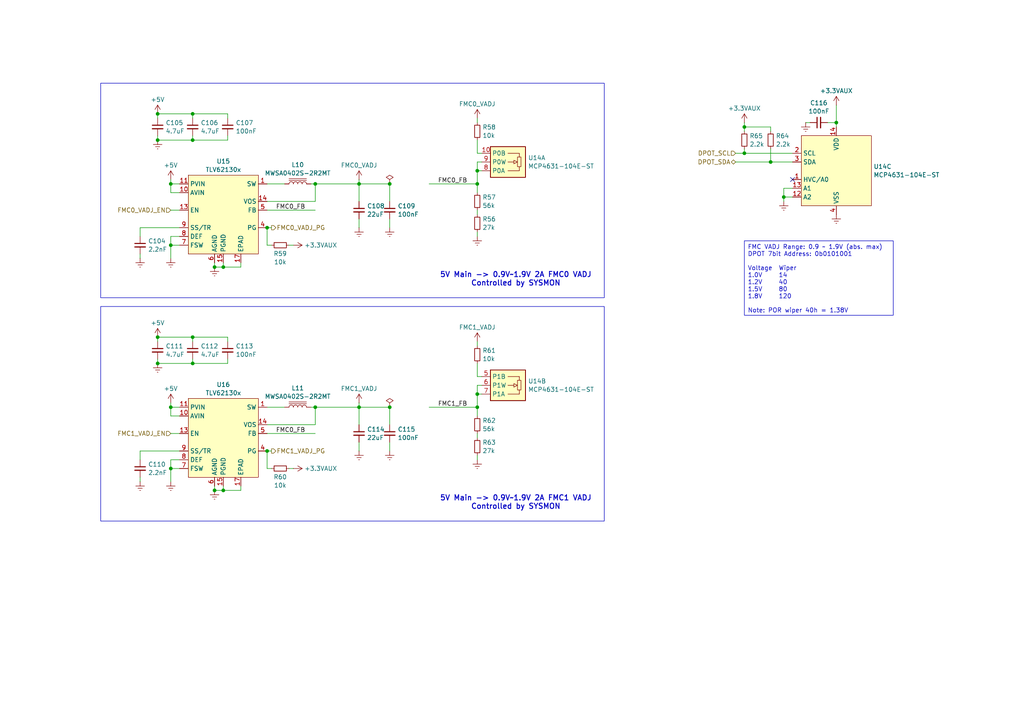
<source format=kicad_sch>
(kicad_sch (version 20231120) (generator "eeschema") (generator_version "8.0")
  (paper "A4")
  (lib_symbols
    (symbol "CHIPSAlliance_Potentiometer_Digital:MCP4631-xxxx-ST"
      (property "Reference" "U" (at 1.905 11.43 0))
      (property "Value" "MCP4631-xxxx-ST" (at 10.16 -12.065 0))
      (symbol "MCP4631-xxxx-ST_1_1"
        (polyline (pts (xy 1.7272 0) (xy 0 0)))
        (polyline (pts (xy 3.302 -2.54) (xy 0 -2.54)) (fill (type background)))
        (polyline (pts (xy 3.302 -2.3114) (xy 3.302 -1.3716)))
        (polyline (pts (xy 3.302 2.286) (xy 3.302 1.4478)))
        (polyline (pts (xy 3.302 2.54) (xy 0 2.54)) (fill (type background)))
        (polyline (pts (xy 3.302 -2.54) (xy 3.302 -2.286) (xy 3.302 -2.286)))
        (polyline (pts (xy 3.302 2.54) (xy 3.302 2.286) (xy 3.302 2.286)) (fill (type background)))
        (polyline (pts (xy 1.7272 -0.508) (xy 1.7272 0.508) (xy 2.7432 0) (xy 1.7272 -0.508) (xy 1.7272 -0.508)))
        (rectangle (start 3.7846 -1.3462) (end 2.7686 1.4478))
        (rectangle (start 5.08 -4.445) (end -5.08 4.445) (stroke (width 0.254)) (fill (type background)))
        (pin passive line (at -7.62 2.54 0) (length 2.54) (name "P0B") (number "10"))
        (pin passive line (at -7.62 -2.54 0) (length 2.54) (name "P0A") (number "8"))
        (pin passive line (at -7.62 0 0) (length 2.54) (name "P0W") (number "9"))
      )
      (symbol "MCP4631-xxxx-ST_2_1"
        (polyline (pts (xy 1.7272 0) (xy 0 0)))
        (polyline (pts (xy 3.302 -2.54) (xy 0 -2.54)) (fill (type background)))
        (polyline (pts (xy 3.302 -2.3114) (xy 3.302 -1.3716)))
        (polyline (pts (xy 3.302 2.286) (xy 3.302 1.4478)))
        (polyline (pts (xy 3.302 2.54) (xy 0 2.54)) (fill (type background)))
        (polyline (pts (xy 3.302 -2.54) (xy 3.302 -2.286) (xy 3.302 -2.286)))
        (polyline (pts (xy 3.302 2.54) (xy 3.302 2.286) (xy 3.302 2.286)) (fill (type background)))
        (polyline (pts (xy 1.7272 -0.508) (xy 1.7272 0.508) (xy 2.7432 0) (xy 1.7272 -0.508) (xy 1.7272 -0.508)))
        (rectangle (start 3.7846 -1.3462) (end 2.7686 1.4478))
        (rectangle (start 5.08 -4.445) (end -5.08 4.445) (stroke (width 0.254)) (fill (type background)))
        (pin passive line (at -7.62 2.54 0) (length 2.54) (name "P1B") (number "5"))
        (pin passive line (at -7.62 0 0) (length 2.54) (name "P1W") (number "6"))
        (pin passive line (at -7.62 -2.54 0) (length 2.54) (name "P1A") (number "7"))
      )
      (symbol "MCP4631-xxxx-ST_3_1"
        (rectangle (start -10.16 10.16) (end 10.16 -10.16) (fill (type background)))
        (pin input line (at -12.7 -2.54 0) (length 2.54) (name "HVC/A0") (number "1"))
        (pin no_connect line (at -10.16 0 0) (length 2.54) hide (name "NC") (number "11"))
        (pin input line (at -12.7 -7.62 0) (length 2.54) (name "A2") (number "12"))
        (pin input line (at -12.7 -5.08 0) (length 2.54) (name "A1") (number "13"))
        (pin power_in line (at 0 12.7 270) (length 2.54) (name "VDD") (number "14"))
        (pin input line (at -12.7 5.08 0) (length 2.54) (name "SCL") (number "2"))
        (pin bidirectional line (at -12.7 2.54 0) (length 2.54) (name "SDA") (number "3"))
        (pin power_in line (at 0 -12.7 90) (length 2.54) (name "VSS") (number "4"))
      )
    )
    (symbol "CHIPSAlliance_Power:PWR_FLAG" (power) (pin_numbers hide) (pin_names (offset 0) hide)
      (property "Value" "PWR_FLAG" (at 0 3.81 0))
      (symbol "PWR_FLAG_0_0"
        (pin power_out line (at 0 0 90) (length 0) (name "pwr") (number "1"))
      )
      (symbol "PWR_FLAG_0_1"
        (polyline (pts (xy 0 0) (xy 0 1.27) (xy -1.016 1.905) (xy 0 2.54) (xy 1.016 1.905) (xy 0 1.27)))
      )
    )
    (symbol "CHIPSAlliance_Regulator_Switching:TLV62130x"
      (property "Reference" "U" (at 0 13.97 0))
      (property "Value" "TLV62130x" (at 0 11.43 0))
      (symbol "TLV62130x_0_0"
        (pin output line (at 12.7 7.62 180) (length 2.54) (name "SW") (number "1"))
        (pin power_in line (at -12.7 5.08 0) (length 2.54) (name "AVIN") (number "10"))
        (pin power_in line (at -12.7 7.62 0) (length 2.54) (name "PVIN") (number "11"))
        (pin passive line (at -12.7 7.62 0) (length 2.54) hide (name "PVIN") (number "12"))
        (pin input line (at -12.7 0 0) (length 2.54) (name "EN") (number "13"))
        (pin input line (at 12.7 2.54 180) (length 2.54) (name "VOS") (number "14"))
        (pin power_in line (at 0 -15.24 90) (length 2.54) (name "PGND") (number "15"))
        (pin passive line (at 0 -15.24 90) (length 2.54) hide (name "PGND") (number "16"))
        (pin power_in line (at 5.08 -15.24 90) (length 2.54) (name "EPAD") (number "17"))
        (pin passive line (at 12.7 7.62 180) (length 2.54) hide (name "SW") (number "2"))
        (pin passive line (at 12.7 7.62 180) (length 2.54) hide (name "SW") (number "3"))
        (pin open_collector line (at 12.7 -5.08 180) (length 2.54) (name "PG") (number "4"))
        (pin input line (at 12.7 0 180) (length 2.54) (name "FB") (number "5"))
        (pin power_in line (at -2.54 -15.24 90) (length 2.54) (name "AGND") (number "6"))
        (pin input line (at -12.7 -10.16 0) (length 2.54) (name "FSW") (number "7"))
        (pin input line (at -12.7 -7.62 0) (length 2.54) (name "DEF") (number "8"))
        (pin input line (at -12.7 -5.08 0) (length 2.54) (name "SS/TR") (number "9"))
      )
      (symbol "TLV62130x_1_1"
        (rectangle (start -10.16 10.16) (end 10.16 -12.7) (fill (type background)))
      )
    )
    (symbol "Device:C_Small" (pin_numbers hide) (pin_names (offset 0.254) hide)
      (property "Reference" "C" (at 0.254 1.778 0))
      (property "Value" "C_Small" (at 0.254 -2.032 0))
      (symbol "C_Small_0_1"
        (polyline (pts (xy -1.524 -0.508) (xy 1.524 -0.508)) (stroke (width 0.3302)))
        (polyline (pts (xy -1.524 0.508) (xy 1.524 0.508)) (stroke (width 0.3048)))
      )
      (symbol "C_Small_1_1"
        (pin passive line (at 0 2.54 270) (length 2.032) (name "~") (number "1"))
        (pin passive line (at 0 -2.54 90) (length 2.032) (name "~") (number "2"))
      )
    )
    (symbol "Device:L_Iron" (pin_numbers hide) (pin_names (offset 1.016) hide)
      (property "Reference" "L" (at -1.27 0 90))
      (property "Value" "L_Iron" (at 2.794 0 90))
      (symbol "L_Iron_0_1"
        (arc (start 0 -2.54) (mid 0.6323 -1.905) (end 0 -1.27))
        (arc (start 0 -1.27) (mid 0.6323 -0.635) (end 0 0))
        (polyline (pts (xy 1.016 2.54) (xy 1.016 -2.54)))
        (polyline (pts (xy 1.524 -2.54) (xy 1.524 2.54)))
        (arc (start 0 0) (mid 0.6323 0.635) (end 0 1.27))
        (arc (start 0 1.27) (mid 0.6323 1.905) (end 0 2.54))
      )
      (symbol "L_Iron_1_1"
        (pin passive line (at 0 3.81 270) (length 1.27) (name "1") (number "1"))
        (pin passive line (at 0 -3.81 90) (length 1.27) (name "2") (number "2"))
      )
    )
    (symbol "Device:R_Small" (pin_numbers hide) (pin_names (offset 0.254) hide)
      (property "Reference" "R" (at 0.762 0.508 0))
      (property "Value" "R_Small" (at 0.762 -1.016 0))
      (symbol "R_Small_0_1"
        (rectangle (start -0.762 1.778) (end 0.762 -1.778) (stroke (width 0.2032)))
      )
      (symbol "R_Small_1_1"
        (pin passive line (at 0 2.54 270) (length 0.762) (name "~") (number "1"))
        (pin passive line (at 0 -2.54 90) (length 0.762) (name "~") (number "2"))
      )
    )
    (symbol "power:+12V" (power) (pin_numbers hide) (pin_names (offset 0) hide)
      (property "Value" "+12V" (at 0 3.556 0))
      (symbol "+12V_0_1"
        (polyline (pts (xy -0.762 1.27) (xy 0 2.54)))
        (polyline (pts (xy 0 0) (xy 0 2.54)))
        (polyline (pts (xy 0 2.54) (xy 0.762 1.27)))
      )
      (symbol "+12V_1_1"
        (pin power_in line (at 0 0 90) (length 0) (name "~") (number "1"))
      )
    )
    (symbol "power:+5V" (power) (pin_numbers hide) (pin_names (offset 0) hide)
      (property "Value" "+5V" (at 0 3.556 0))
      (symbol "+5V_0_1"
        (polyline (pts (xy -0.762 1.27) (xy 0 2.54)))
        (polyline (pts (xy 0 0) (xy 0 2.54)))
        (polyline (pts (xy 0 2.54) (xy 0.762 1.27)))
      )
      (symbol "+5V_1_1"
        (pin power_in line (at 0 0 90) (length 0) (name "~") (number "1"))
      )
    )
    (symbol "power:Earth" (power) (pin_numbers hide) (pin_names (offset 0) hide)
      (property "Value" "Earth" (at 0 -3.81 0))
      (symbol "Earth_0_1"
        (polyline (pts (xy -0.635 -1.905) (xy 0.635 -1.905)))
        (polyline (pts (xy -0.127 -2.54) (xy 0.127 -2.54)))
        (polyline (pts (xy 0 -1.27) (xy 0 0)))
        (polyline (pts (xy 1.27 -1.27) (xy -1.27 -1.27)))
      )
      (symbol "Earth_1_1"
        (pin power_in line (at 0 0 270) (length 0) (name "~") (number "1"))
      )
    )
  )
  (junction (at 49.53 135.89))
  (junction (at 227.33 57.15))
  (junction (at 77.47 66.04))
  (junction (at 138.43 114.3))
  (junction (at 45.72 33.02))
  (junction (at 49.53 71.12))
  (junction (at 64.77 142.24))
  (junction (at 215.9 44.45))
  (junction (at 55.88 40.64))
  (junction (at 45.72 40.64))
  (junction (at 138.43 49.53))
  (junction (at 49.53 53.34))
  (junction (at 113.03 53.34))
  (junction (at 91.44 53.34))
  (junction (at 62.23 142.24))
  (junction (at 242.57 35.56))
  (junction (at 77.47 130.81))
  (junction (at 138.43 53.34))
  (junction (at 113.03 118.11))
  (junction (at 223.52 46.99))
  (junction (at 62.23 77.47))
  (junction (at 55.88 105.41))
  (junction (at 64.77 77.47))
  (junction (at 45.72 105.41))
  (junction (at 55.88 97.79))
  (junction (at 104.14 53.34))
  (junction (at 138.43 118.11))
  (junction (at 55.88 33.02))
  (junction (at 45.72 97.79))
  (junction (at 49.53 118.11))
  (junction (at 91.44 118.11))
  (junction (at 215.9 36.83))
  (junction (at 104.14 118.11))
  (no_connect (at 229.87 52.07))
  (wire (pts (xy 213.36 44.45) (xy 215.9 44.45)))
  (wire (pts (xy 104.14 128.27) (xy 104.14 130.81)))
  (wire (pts (xy 91.44 53.34) (xy 104.14 53.34)))
  (wire (pts (xy 49.53 135.89) (xy 49.53 133.35)))
  (wire (pts (xy 215.9 43.18) (xy 215.9 44.45)))
  (wire (pts (xy 83.82 135.89) (xy 85.09 135.89)))
  (wire (pts (xy 124.46 53.34) (xy 138.43 53.34)))
  (wire (pts (xy 40.64 133.35) (xy 40.64 130.81)))
  (wire (pts (xy 77.47 125.73) (xy 91.44 125.73)))
  (wire (pts (xy 138.43 49.53) (xy 139.7 49.53)))
  (wire (pts (xy 66.04 104.14) (xy 66.04 105.41)))
  (wire (pts (xy 77.47 135.89) (xy 78.74 135.89)))
  (wire (pts (xy 104.14 116.84) (xy 104.14 118.11)))
  (wire (pts (xy 77.47 118.11) (xy 82.55 118.11)))
  (wire (pts (xy 45.72 105.41) (xy 55.88 105.41)))
  (wire (pts (xy 138.43 53.34) (xy 138.43 55.88)))
  (wire (pts (xy 55.88 40.64) (xy 66.04 40.64)))
  (wire (pts (xy 55.88 33.02) (xy 55.88 34.29)))
  (wire (pts (xy 91.44 118.11) (xy 90.17 118.11)))
  (wire (pts (xy 138.43 127) (xy 138.43 125.73)))
  (wire (pts (xy 66.04 34.29) (xy 66.04 33.02)))
  (wire (pts (xy 104.14 118.11) (xy 104.14 123.19)))
  (wire (pts (xy 91.44 118.11) (xy 104.14 118.11)))
  (wire (pts (xy 49.53 53.34) (xy 52.07 53.34)))
  (wire (pts (xy 49.53 125.73) (xy 52.07 125.73)))
  (wire (pts (xy 91.44 53.34) (xy 90.17 53.34)))
  (wire (pts (xy 49.53 118.11) (xy 49.53 116.84)))
  (wire (pts (xy 55.88 105.41) (xy 66.04 105.41)))
  (wire (pts (xy 138.43 132.08) (xy 138.43 133.35)))
  (wire (pts (xy 49.53 135.89) (xy 52.07 135.89)))
  (wire (pts (xy 77.47 58.42) (xy 91.44 58.42)))
  (wire (pts (xy 40.64 138.43) (xy 40.64 139.7)))
  (wire (pts (xy 215.9 36.83) (xy 215.9 38.1)))
  (wire (pts (xy 223.52 43.18) (xy 223.52 46.99)))
  (wire (pts (xy 62.23 76.2) (xy 62.23 77.47)))
  (wire (pts (xy 233.68 35.56) (xy 234.95 35.56)))
  (wire (pts (xy 113.03 128.27) (xy 113.03 130.81)))
  (wire (pts (xy 66.04 39.37) (xy 66.04 40.64)))
  (wire (pts (xy 77.47 60.96) (xy 91.44 60.96)))
  (wire (pts (xy 52.07 120.65) (xy 49.53 120.65)))
  (wire (pts (xy 91.44 123.19) (xy 91.44 118.11)))
  (wire (pts (xy 69.85 142.24) (xy 64.77 142.24)))
  (wire (pts (xy 45.72 40.64) (xy 55.88 40.64)))
  (wire (pts (xy 55.88 104.14) (xy 55.88 105.41)))
  (wire (pts (xy 138.43 46.99) (xy 138.43 49.53)))
  (wire (pts (xy 138.43 67.31) (xy 138.43 68.58)))
  (wire (pts (xy 138.43 62.23) (xy 138.43 60.96)))
  (wire (pts (xy 223.52 46.99) (xy 229.87 46.99)))
  (wire (pts (xy 49.53 53.34) (xy 49.53 52.07)))
  (wire (pts (xy 104.14 52.07) (xy 104.14 53.34)))
  (wire (pts (xy 113.03 118.11) (xy 104.14 118.11)))
  (wire (pts (xy 45.72 33.02) (xy 45.72 34.29)))
  (wire (pts (xy 139.7 111.76) (xy 138.43 111.76)))
  (wire (pts (xy 55.88 33.02) (xy 45.72 33.02)))
  (wire (pts (xy 49.53 118.11) (xy 52.07 118.11)))
  (wire (pts (xy 77.47 123.19) (xy 91.44 123.19)))
  (wire (pts (xy 83.82 71.12) (xy 85.09 71.12)))
  (wire (pts (xy 138.43 109.22) (xy 138.43 105.41)))
  (wire (pts (xy 66.04 99.06) (xy 66.04 97.79)))
  (wire (pts (xy 49.53 71.12) (xy 49.53 68.58)))
  (wire (pts (xy 138.43 114.3) (xy 139.7 114.3)))
  (wire (pts (xy 49.53 139.7) (xy 49.53 135.89)))
  (wire (pts (xy 62.23 140.97) (xy 62.23 142.24)))
  (wire (pts (xy 66.04 33.02) (xy 55.88 33.02)))
  (wire (pts (xy 138.43 111.76) (xy 138.43 114.3)))
  (wire (pts (xy 113.03 58.42) (xy 113.03 53.34)))
  (wire (pts (xy 52.07 55.88) (xy 49.53 55.88)))
  (wire (pts (xy 215.9 36.83) (xy 223.52 36.83)))
  (wire (pts (xy 55.88 39.37) (xy 55.88 40.64)))
  (wire (pts (xy 227.33 57.15) (xy 227.33 54.61)))
  (wire (pts (xy 69.85 76.2) (xy 69.85 77.47)))
  (wire (pts (xy 227.33 57.15) (xy 229.87 57.15)))
  (wire (pts (xy 40.64 68.58) (xy 40.64 66.04)))
  (wire (pts (xy 215.9 35.56) (xy 215.9 36.83)))
  (wire (pts (xy 64.77 77.47) (xy 62.23 77.47)))
  (wire (pts (xy 104.14 53.34) (xy 104.14 58.42)))
  (wire (pts (xy 77.47 130.81) (xy 78.74 130.81)))
  (wire (pts (xy 138.43 49.53) (xy 138.43 53.34)))
  (wire (pts (xy 40.64 73.66) (xy 40.64 74.93)))
  (wire (pts (xy 77.47 66.04) (xy 78.74 66.04)))
  (wire (pts (xy 223.52 38.1) (xy 223.52 36.83)))
  (wire (pts (xy 124.46 118.11) (xy 138.43 118.11)))
  (wire (pts (xy 242.57 35.56) (xy 242.57 36.83)))
  (wire (pts (xy 227.33 54.61) (xy 229.87 54.61)))
  (wire (pts (xy 138.43 44.45) (xy 138.43 40.64)))
  (wire (pts (xy 45.72 97.79) (xy 45.72 99.06)))
  (wire (pts (xy 64.77 142.24) (xy 62.23 142.24)))
  (wire (pts (xy 77.47 53.34) (xy 82.55 53.34)))
  (wire (pts (xy 113.03 123.19) (xy 113.03 118.11)))
  (wire (pts (xy 91.44 58.42) (xy 91.44 53.34)))
  (wire (pts (xy 77.47 66.04) (xy 77.47 71.12)))
  (wire (pts (xy 113.03 63.5) (xy 113.03 66.04)))
  (wire (pts (xy 215.9 44.45) (xy 229.87 44.45)))
  (wire (pts (xy 227.33 58.42) (xy 227.33 57.15)))
  (wire (pts (xy 45.72 39.37) (xy 45.72 40.64)))
  (wire (pts (xy 104.14 63.5) (xy 104.14 66.04)))
  (wire (pts (xy 45.72 104.14) (xy 45.72 105.41)))
  (wire (pts (xy 113.03 53.34) (xy 104.14 53.34)))
  (wire (pts (xy 40.64 66.04) (xy 52.07 66.04)))
  (wire (pts (xy 242.57 30.48) (xy 242.57 35.56)))
  (wire (pts (xy 49.53 68.58) (xy 52.07 68.58)))
  (wire (pts (xy 49.53 71.12) (xy 52.07 71.12)))
  (wire (pts (xy 138.43 99.06) (xy 138.43 100.33)))
  (wire (pts (xy 64.77 140.97) (xy 64.77 142.24)))
  (wire (pts (xy 138.43 34.29) (xy 138.43 35.56)))
  (wire (pts (xy 49.53 74.93) (xy 49.53 71.12)))
  (wire (pts (xy 138.43 118.11) (xy 138.43 120.65)))
  (wire (pts (xy 49.53 133.35) (xy 52.07 133.35)))
  (wire (pts (xy 77.47 71.12) (xy 78.74 71.12)))
  (wire (pts (xy 55.88 97.79) (xy 45.72 97.79)))
  (wire (pts (xy 139.7 46.99) (xy 138.43 46.99)))
  (wire (pts (xy 138.43 114.3) (xy 138.43 118.11)))
  (wire (pts (xy 69.85 77.47) (xy 64.77 77.47)))
  (wire (pts (xy 55.88 97.79) (xy 55.88 99.06)))
  (wire (pts (xy 139.7 109.22) (xy 138.43 109.22)))
  (wire (pts (xy 49.53 55.88) (xy 49.53 53.34)))
  (wire (pts (xy 77.47 130.81) (xy 77.47 135.89)))
  (wire (pts (xy 240.03 35.56) (xy 242.57 35.56)))
  (wire (pts (xy 40.64 130.81) (xy 52.07 130.81)))
  (wire (pts (xy 69.85 140.97) (xy 69.85 142.24)))
  (wire (pts (xy 66.04 97.79) (xy 55.88 97.79)))
  (wire (pts (xy 64.77 76.2) (xy 64.77 77.47)))
  (wire (pts (xy 213.36 46.99) (xy 223.52 46.99)))
  (wire (pts (xy 49.53 60.96) (xy 52.07 60.96)))
  (wire (pts (xy 139.7 44.45) (xy 138.43 44.45)))
  (wire (pts (xy 49.53 120.65) (xy 49.53 118.11)))
  (rectangle (start 29.21 24.13) (end 175.26 86.36))
  (rectangle (start 29.21 88.9) (end 175.26 151.13))
  (text_box "FMC VADJ Range: 0.9 ~ 1.9V (abs. max)\nDPOT 7bit Address: 0b0101001\n\nVoltage  Wiper\n1.0V     14\n1.2V     40\n1.5V     80\n1.8V     120\n\nNote: POR wiper 40h = 1.38V" (at 215.9 69.85 0) (size 43.18 21.59) (effects (font (size 1.27 1.27)) (justify left top)))
  (text "5V Main -> 0.9V~1.9V 2A FMC1 VADJ\nControlled by SYSMON" (at 149.606 145.796 0) (effects (font (size 1.524 1.524) (thickness 0.254) (bold yes))))
  (text "5V Main -> 0.9V~1.9V 2A FMC0 VADJ\nControlled by SYSMON" (at 149.606 81.026 0) (effects (font (size 1.524 1.524) (thickness 0.254) (bold yes))))
  (label "FMC0_FB" (at 127 53.34 0))
  (label "FMC0_FB" (at 80.01 60.96 0))
  (label "FMC1_FB" (at 127 118.11 0))
  (label "FMC0_FB" (at 80.01 125.73 0))
  (hierarchical_label "FMC1_VADJ_EN" (shape input) (at 49.53 125.73 180))
  (hierarchical_label "FMC0_VADJ_EN" (shape input) (at 49.53 60.96 180))
  (hierarchical_label "FMC1_VADJ_PG" (shape output) (at 78.74 130.81 0))
  (hierarchical_label "DPOT_SDA" (shape bidirectional) (at 213.36 46.99 180))
  (hierarchical_label "DPOT_SCL" (shape input) (at 213.36 44.45 180))
  (hierarchical_label "FMC0_VADJ_PG" (shape output) (at 78.74 66.04 0))
  (symbol (lib_id "Device:L_Iron") (at 86.36 118.11 90) (unit 1)
    (property "Reference" "L11" (at 86.36 112.5685 90))
    (property "Value" "MWSA0402S-2R2MT" (at 86.36 114.9928 90))
    (property "Footprint" "Inductor_SMD:L_Sunlord_MWSA0402S" (effects (hide yes)))
    (property "Description" "2.2uH 4.5A" (effects (hide yes)))
    (property "LCSC Part" "C408335" (effects (hide yes)))
  )
  (symbol (lib_id "power:Earth") (at 49.53 139.7 0) (unit 1)
    (property "Reference" "#PWR0158" (effects (hide yes)))
    (property "Value" "Earth" (effects (hide yes)))
    (property "Description" "Power symbol creates a global label with name \"Earth\"" (effects (hide yes)))
  )
  (symbol (lib_id "power:Earth") (at 62.23 142.24 0) (unit 1)
    (property "Reference" "#PWR0159" (effects (hide yes)))
    (property "Value" "Earth" (effects (hide yes)))
    (property "Description" "Power symbol creates a global label with name \"Earth\"" (effects (hide yes)))
  )
  (symbol (lib_id "Device:R_Small") (at 138.43 129.54 180) (unit 1)
    (property "Reference" "R63" (at 139.9286 128.3278 0) (effects (justify right)))
    (property "Value" "27k" (at 139.9286 130.7521 0) (effects (justify right)))
    (property "Footprint" "Resistor_SMD:R_0402_1005Metric" (effects (hide yes)))
    (property "Description" "Resistor, small symbol" (effects (hide yes)))
  )
  (symbol (lib_id "power:Earth") (at 138.43 133.35 0) (unit 1)
    (property "Reference" "#PWR0165" (effects (hide yes)))
    (property "Value" "Earth" (effects (hide yes)))
    (property "Description" "Power symbol creates a global label with name \"Earth\"" (effects (hide yes)))
  )
  (symbol (lib_id "Device:R_Small") (at 215.9 40.64 180) (unit 1)
    (property "Reference" "R65" (at 217.3986 39.4278 0) (effects (justify right)))
    (property "Value" "2.2k" (at 217.3986 41.8521 0) (effects (justify right)))
    (property "Footprint" "Resistor_SMD:R_0402_1005Metric" (effects (hide yes)))
    (property "Description" "Resistor, small symbol" (effects (hide yes)))
  )
  (symbol (lib_id "power:Earth") (at 227.33 58.42 0) (unit 1)
    (property "Reference" "#PWR0170" (effects (hide yes)))
    (property "Value" "Earth" (effects (hide yes)))
    (property "Description" "Power symbol creates a global label with name \"Earth\"" (effects (hide yes)))
  )
  (symbol (lib_id "CHIPSAlliance_Regulator_Switching:TLV62130x") (at 64.77 60.96 0) (unit 1)
    (property "Reference" "U15" (at 64.77 46.7825 0))
    (property "Value" "TLV62130x" (at 64.77 49.2068 0))
    (property "Footprint" "CHIPSAlliance_Package_DFN_QFN:Texas_RGT0016C_VQFN-16-1EP_3x3mm_P0.5mm_EP1.68x1.68mm" (effects (hide yes)))
    (property "Datasheet" "https://www.ti.com/lit/gpn/TLV62130" (effects (hide yes)))
    (property "Description" "3-17V 3A Step-Down Converter in 3x3 QFN Package" (effects (hide yes)))
  )
  (symbol (lib_id "power:Earth") (at 104.14 130.81 0) (unit 1)
    (property "Reference" "#PWR0162" (effects (hide yes)))
    (property "Value" "Earth" (effects (hide yes)))
    (property "Description" "Power symbol creates a global label with name \"Earth\"" (effects (hide yes)))
  )
  (symbol (lib_id "Device:L_Iron") (at 86.36 53.34 90) (unit 1)
    (property "Reference" "L10" (at 86.36 47.7985 90))
    (property "Value" "MWSA0402S-2R2MT" (at 86.36 50.2228 90))
    (property "Footprint" "Inductor_SMD:L_Sunlord_MWSA0402S" (effects (hide yes)))
    (property "Description" "2.2uH 4.5A" (effects (hide yes)))
    (property "LCSC Part" "C408335" (effects (hide yes)))
  )
  (symbol (lib_id "power:Earth") (at 62.23 77.47 0) (unit 1)
    (property "Reference" "#PWR0147" (effects (hide yes)))
    (property "Value" "Earth" (effects (hide yes)))
    (property "Description" "Power symbol creates a global label with name \"Earth\"" (effects (hide yes)))
  )
  (symbol (lib_id "power:Earth") (at 40.64 74.93 0) (unit 1)
    (property "Reference" "#PWR0142" (effects (hide yes)))
    (property "Value" "Earth" (effects (hide yes)))
    (property "Description" "Power symbol creates a global label with name \"Earth\"" (effects (hide yes)))
  )
  (symbol (lib_id "Device:C_Small") (at 237.49 35.56 90) (unit 1)
    (property "Reference" "C116" (at 237.4963 29.8534 90))
    (property "Value" "100nF" (at 237.4963 32.2777 90))
    (property "Footprint" "Capacitor_SMD:C_0402_1005Metric" (effects (hide yes)))
    (property "Description" "Unpolarized capacitor, small symbol" (effects (hide yes)))
  )
  (symbol (lib_id "Device:C_Small") (at 55.88 101.6 0) (unit 1)
    (property "Reference" "C112" (at 58.2041 100.3941 0) (effects (justify left)))
    (property "Value" "4.7uF" (at 58.2041 102.8184 0) (effects (justify left)))
    (property "Footprint" "Capacitor_SMD:C_0402_1005Metric" (effects (hide yes)))
    (property "Description" "Unpolarized capacitor, small symbol" (effects (hide yes)))
  )
  (symbol (lib_id "power:Earth") (at 242.57 62.23 0) (unit 1)
    (property "Reference" "#PWR0168" (effects (hide yes)))
    (property "Value" "Earth" (effects (hide yes)))
    (property "Description" "Power symbol creates a global label with name \"Earth\"" (effects (hide yes)))
  )
  (symbol (lib_id "CHIPSAlliance_Potentiometer_Digital:MCP4631-xxxx-ST") (at 242.57 49.53 0) (unit 3)
    (property "Reference" "U14" (at 253.365 48.3178 0) (effects (justify left)))
    (property "Value" "MCP4631-104E-ST" (at 253.365 50.7421 0) (effects (justify left)))
    (property "Footprint" "Package_SO:TSSOP-14_4.4x5mm_P0.65mm" (effects (hide yes)))
    (property "Datasheet" "https://ww1.microchip.com/downloads/aemDocuments/documents/OTH/ProductDocuments/DataSheets/22096b.pdf" (effects (hide yes)))
    (property "Description" "Dual 7 Bit Digital Potentiometer, I²C, Volatile Memory, TSSOP-14" (effects (hide yes)))
  )
  (symbol (lib_id "Device:R_Small") (at 223.52 40.64 180) (unit 1)
    (property "Reference" "R64" (at 225.0186 39.4278 0) (effects (justify right)))
    (property "Value" "2.2k" (at 225.0186 41.8521 0) (effects (justify right)))
    (property "Footprint" "Resistor_SMD:R_0402_1005Metric" (effects (hide yes)))
    (property "Description" "Resistor, small symbol" (effects (hide yes)))
  )
  (symbol (lib_id "Device:C_Small") (at 66.04 36.83 0) (unit 1)
    (property "Reference" "C107" (at 68.3641 35.6241 0) (effects (justify left)))
    (property "Value" "100nF" (at 68.3641 38.0484 0) (effects (justify left)))
    (property "Footprint" "Capacitor_SMD:C_0402_1005Metric" (effects (hide yes)))
    (property "Description" "Unpolarized capacitor, small symbol" (effects (hide yes)))
  )
  (symbol (lib_id "power:+12V") (at 85.09 135.89 270) (unit 1)
    (property "Reference" "#PWR0160" (effects (hide yes)))
    (property "Value" "+3.3VAUX" (at 88.265 135.89 90) (effects (justify left)))
    (property "Description" "Power symbol creates a global label with name \"+3.3VAUX\"" (effects (hide yes)))
  )
  (symbol (lib_id "power:+5V") (at 49.53 116.84 0) (unit 1)
    (property "Reference" "#PWR0157" (effects (hide yes)))
    (property "Value" "+5V" (at 49.53 112.7069 0))
    (property "Description" "Power symbol creates a global label with name \"+5V\"" (effects (hide yes)))
  )
  (symbol (lib_id "Device:C_Small") (at 104.14 60.96 0) (unit 1)
    (property "Reference" "C108" (at 106.4641 59.7541 0) (effects (justify left)))
    (property "Value" "22uF" (at 106.4641 62.1784 0) (effects (justify left)))
    (property "Footprint" "Capacitor_SMD:C_1206_3216Metric" (effects (hide yes)))
    (property "Description" "Unpolarized capacitor, small symbol" (effects (hide yes)))
  )
  (symbol (lib_id "power:Earth") (at 45.72 40.64 0) (unit 1)
    (property "Reference" "#PWR0144" (effects (hide yes)))
    (property "Value" "Earth" (effects (hide yes)))
    (property "Description" "Power symbol creates a global label with name \"Earth\"" (effects (hide yes)))
  )
  (symbol (lib_id "power:Earth") (at 49.53 74.93 0) (unit 1)
    (property "Reference" "#PWR0146" (effects (hide yes)))
    (property "Value" "Earth" (effects (hide yes)))
    (property "Description" "Power symbol creates a global label with name \"Earth\"" (effects (hide yes)))
  )
  (symbol (lib_id "CHIPSAlliance_Potentiometer_Digital:MCP4631-xxxx-ST") (at 147.32 111.76 0) (unit 2)
    (property "Reference" "U14" (at 153.162 110.5478 0) (effects (justify left)))
    (property "Value" "MCP4631-104E-ST" (at 153.162 112.9721 0) (effects (justify left)))
    (property "Footprint" "Package_SO:TSSOP-14_4.4x5mm_P0.65mm" (effects (hide yes)))
    (property "Datasheet" "https://ww1.microchip.com/downloads/aemDocuments/documents/OTH/ProductDocuments/DataSheets/22096b.pdf" (effects (hide yes)))
    (property "Description" "Dual 7 Bit Digital Potentiometer, I²C, Volatile Memory, TSSOP-14" (effects (hide yes)))
  )
  (symbol (lib_id "Device:R_Small") (at 138.43 64.77 180) (unit 1)
    (property "Reference" "R56" (at 139.9286 63.5578 0) (effects (justify right)))
    (property "Value" "27k" (at 139.9286 65.9821 0) (effects (justify right)))
    (property "Footprint" "Resistor_SMD:R_0402_1005Metric" (effects (hide yes)))
    (property "Description" "Resistor, small symbol" (effects (hide yes)))
  )
  (symbol (lib_id "Device:C_Small") (at 113.03 60.96 0) (unit 1)
    (property "Reference" "C109" (at 115.3541 59.7541 0) (effects (justify left)))
    (property "Value" "100nF" (at 115.3541 62.1784 0) (effects (justify left)))
    (property "Footprint" "Capacitor_SMD:C_0402_1005Metric" (effects (hide yes)))
    (property "Description" "Unpolarized capacitor, small symbol" (effects (hide yes)))
  )
  (symbol (lib_id "power:+12V") (at 215.9 35.56 0) (unit 1)
    (property "Reference" "#PWR0169" (effects (hide yes)))
    (property "Value" "+3.3VAUX" (at 215.9 31.4269 0))
    (property "Description" "Power symbol creates a global label with name \"+3.3VAUX\"" (effects (hide yes)))
  )
  (symbol (lib_id "Device:C_Small") (at 40.64 135.89 0) (unit 1)
    (property "Reference" "C110" (at 42.9641 134.6841 0) (effects (justify left)))
    (property "Value" "2.2nF" (at 42.9641 137.1084 0) (effects (justify left)))
    (property "Footprint" "Capacitor_SMD:C_0402_1005Metric" (effects (hide yes)))
    (property "Description" "Unpolarized capacitor, small symbol" (effects (hide yes)))
  )
  (symbol (lib_id "Device:C_Small") (at 113.03 125.73 0) (unit 1)
    (property "Reference" "C115" (at 115.3541 124.5241 0) (effects (justify left)))
    (property "Value" "100nF" (at 115.3541 126.9484 0) (effects (justify left)))
    (property "Footprint" "Capacitor_SMD:C_0402_1005Metric" (effects (hide yes)))
    (property "Description" "Unpolarized capacitor, small symbol" (effects (hide yes)))
  )
  (symbol (lib_id "Device:R_Small") (at 81.28 71.12 270) (unit 1)
    (property "Reference" "R59" (at 81.28 73.5767 90))
    (property "Value" "10k" (at 81.28 76.001 90))
    (property "Footprint" "Resistor_SMD:R_0402_1005Metric" (effects (hide yes)))
    (property "Description" "Resistor, small symbol" (effects (hide yes)))
  )
  (symbol (lib_id "Device:C_Small") (at 40.64 71.12 0) (unit 1)
    (property "Reference" "C104" (at 42.9641 69.9141 0) (effects (justify left)))
    (property "Value" "2.2nF" (at 42.9641 72.3384 0) (effects (justify left)))
    (property "Footprint" "Capacitor_SMD:C_0402_1005Metric" (effects (hide yes)))
    (property "Description" "Unpolarized capacitor, small symbol" (effects (hide yes)))
  )
  (symbol (lib_id "power:Earth") (at 233.68 35.56 0) (unit 1)
    (property "Reference" "#PWR0167" (effects (hide yes)))
    (property "Value" "Earth" (effects (hide yes)))
    (property "Description" "Power symbol creates a global label with name \"Earth\"" (effects (hide yes)))
  )
  (symbol (lib_id "power:+12V") (at 242.57 30.48 0) (unit 1)
    (property "Reference" "#PWR0166" (effects (hide yes)))
    (property "Value" "+3.3VAUX" (at 242.57 26.3469 0))
    (property "Description" "Power symbol creates a global label with name \"+3.3VAUX\"" (effects (hide yes)))
  )
  (symbol (lib_id "power:+5V") (at 104.14 116.84 0) (unit 1)
    (property "Reference" "#PWR0161" (effects (hide yes)))
    (property "Value" "FMC1_VADJ" (at 104.14 112.7069 0))
    (property "Description" "Power symbol creates a global label with \"MGTAVCC\"" (effects (hide yes)))
  )
  (symbol (lib_id "power:Earth") (at 45.72 105.41 0) (unit 1)
    (property "Reference" "#PWR0156" (effects (hide yes)))
    (property "Value" "Earth" (effects (hide yes)))
    (property "Description" "Power symbol creates a global label with name \"Earth\"" (effects (hide yes)))
  )
  (symbol (lib_id "CHIPSAlliance_Regulator_Switching:TLV62130x") (at 64.77 125.73 0) (unit 1)
    (property "Reference" "U16" (at 64.77 111.5525 0))
    (property "Value" "TLV62130x" (at 64.77 113.9768 0))
    (property "Footprint" "CHIPSAlliance_Package_DFN_QFN:Texas_RGT0016C_VQFN-16-1EP_3x3mm_P0.5mm_EP1.68x1.68mm" (effects (hide yes)))
    (property "Datasheet" "https://www.ti.com/lit/gpn/TLV62130" (effects (hide yes)))
    (property "Description" "3-17V 3A Step-Down Converter in 3x3 QFN Package" (effects (hide yes)))
  )
  (symbol (lib_id "Device:C_Small") (at 45.72 101.6 0) (unit 1)
    (property "Reference" "C111" (at 48.0441 100.3941 0) (effects (justify left)))
    (property "Value" "4.7uF" (at 48.0441 102.8184 0) (effects (justify left)))
    (property "Footprint" "Capacitor_SMD:C_0402_1005Metric" (effects (hide yes)))
    (property "Description" "Unpolarized capacitor, small symbol" (effects (hide yes)))
  )
  (symbol (lib_id "power:Earth") (at 104.14 66.04 0) (unit 1)
    (property "Reference" "#PWR0151" (effects (hide yes)))
    (property "Value" "Earth" (effects (hide yes)))
    (property "Description" "Power symbol creates a global label with name \"Earth\"" (effects (hide yes)))
  )
  (symbol (lib_id "power:Earth") (at 40.64 139.7 0) (unit 1)
    (property "Reference" "#PWR0154" (effects (hide yes)))
    (property "Value" "Earth" (effects (hide yes)))
    (property "Description" "Power symbol creates a global label with name \"Earth\"" (effects (hide yes)))
  )
  (symbol (lib_id "power:+5V") (at 45.72 97.79 0) (unit 1)
    (property "Reference" "#PWR0155" (effects (hide yes)))
    (property "Value" "+5V" (at 45.72 93.6569 0))
    (property "Description" "Power symbol creates a global label with name \"+5V\"" (effects (hide yes)))
  )
  (symbol (lib_id "power:+12V") (at 85.09 71.12 270) (unit 1)
    (property "Reference" "#PWR0148" (effects (hide yes)))
    (property "Value" "+3.3VAUX" (at 88.265 71.12 90) (effects (justify left)))
    (property "Description" "Power symbol creates a global label with name \"+3.3VAUX\"" (effects (hide yes)))
  )
  (symbol (lib_id "power:+5V") (at 138.43 34.29 0) (unit 1)
    (property "Reference" "#PWR0149" (effects (hide yes)))
    (property "Value" "FMC0_VADJ" (at 138.43 30.1569 0))
    (property "Description" "Power symbol creates a global label with \"MGTAVCC\"" (effects (hide yes)))
  )
  (symbol (lib_id "power:+5V") (at 138.43 99.06 0) (unit 1)
    (property "Reference" "#PWR0164" (effects (hide yes)))
    (property "Value" "FMC1_VADJ" (at 138.43 94.9269 0))
    (property "Description" "Power symbol creates a global label with \"MGTAVCC\"" (effects (hide yes)))
  )
  (symbol (lib_id "power:+5V") (at 49.53 52.07 0) (unit 1)
    (property "Reference" "#PWR0145" (effects (hide yes)))
    (property "Value" "+5V" (at 49.53 47.9369 0))
    (property "Description" "Power symbol creates a global label with name \"+5V\"" (effects (hide yes)))
  )
  (symbol (lib_id "power:Earth") (at 113.03 66.04 0) (unit 1)
    (property "Reference" "#PWR0152" (effects (hide yes)))
    (property "Value" "Earth" (effects (hide yes)))
    (property "Description" "Power symbol creates a global label with name \"Earth\"" (effects (hide yes)))
  )
  (symbol (lib_id "Device:R_Small") (at 138.43 38.1 180) (unit 1)
    (property "Reference" "R58" (at 139.9286 36.8878 0) (effects (justify right)))
    (property "Value" "10k" (at 139.9286 39.3121 0) (effects (justify right)))
    (property "Footprint" "Resistor_SMD:R_0402_1005Metric" (effects (hide yes)))
    (property "Description" "Resistor, small symbol" (effects (hide yes)))
  )
  (symbol (lib_id "CHIPSAlliance_Potentiometer_Digital:MCP4631-xxxx-ST") (at 147.32 46.99 0) (unit 1)
    (property "Reference" "U14" (at 153.162 45.7778 0) (effects (justify left)))
    (property "Value" "MCP4631-104E-ST" (at 153.162 48.2021 0) (effects (justify left)))
    (property "Footprint" "Package_SO:TSSOP-14_4.4x5mm_P0.65mm" (effects (hide yes)))
    (property "Datasheet" "https://ww1.microchip.com/downloads/aemDocuments/documents/OTH/ProductDocuments/DataSheets/22096b.pdf" (effects (hide yes)))
    (property "Description" "Dual 7 Bit Digital Potentiometer, I²C, Volatile Memory, TSSOP-14" (effects (hide yes)))
  )
  (symbol (lib_id "Device:R_Small") (at 81.28 135.89 270) (unit 1)
    (property "Reference" "R60" (at 81.28 138.3467 90))
    (property "Value" "10k" (at 81.28 140.771 90))
    (property "Footprint" "Resistor_SMD:R_0402_1005Metric" (effects (hide yes)))
    (property "Description" "Resistor, small symbol" (effects (hide yes)))
  )
  (symbol (lib_id "CHIPSAlliance_Power:PWR_FLAG") (at 113.03 53.34 0) (unit 1)
    (property "Reference" "#FLG010" (effects (hide yes)))
    (property "Value" "PWR_FLAG" (effects (hide yes)))
    (property "Description" "Special symbol for telling ERC where power comes from" (effects (hide yes)))
  )
  (symbol (lib_id "Device:R_Small") (at 138.43 123.19 180) (unit 1)
    (property "Reference" "R62" (at 139.9286 121.9778 0) (effects (justify right)))
    (property "Value" "56k" (at 139.9286 124.4021 0) (effects (justify right)))
    (property "Footprint" "Resistor_SMD:R_0402_1005Metric" (effects (hide yes)))
    (property "Description" "Resistor, small symbol" (effects (hide yes)))
  )
  (symbol (lib_id "Device:C_Small") (at 104.14 125.73 0) (unit 1)
    (property "Reference" "C114" (at 106.4641 124.5241 0) (effects (justify left)))
    (property "Value" "22uF" (at 106.4641 126.9484 0) (effects (justify left)))
    (property "Footprint" "Capacitor_SMD:C_1206_3216Metric" (effects (hide yes)))
    (property "Description" "Unpolarized capacitor, small symbol" (effects (hide yes)))
  )
  (symbol (lib_id "Device:C_Small") (at 55.88 36.83 0) (unit 1)
    (property "Reference" "C106" (at 58.2041 35.6241 0) (effects (justify left)))
    (property "Value" "4.7uF" (at 58.2041 38.0484 0) (effects (justify left)))
    (property "Footprint" "Capacitor_SMD:C_0402_1005Metric" (effects (hide yes)))
    (property "Description" "Unpolarized capacitor, small symbol" (effects (hide yes)))
  )
  (symbol (lib_id "power:+5V") (at 104.14 52.07 0) (unit 1)
    (property "Reference" "#PWR0150" (effects (hide yes)))
    (property "Value" "FMC0_VADJ" (at 104.14 47.9369 0))
    (property "Description" "Power symbol creates a global label with \"MGTAVCC\"" (effects (hide yes)))
  )
  (symbol (lib_id "power:Earth") (at 113.03 130.81 0) (unit 1)
    (property "Reference" "#PWR0163" (effects (hide yes)))
    (property "Value" "Earth" (effects (hide yes)))
    (property "Description" "Power symbol creates a global label with name \"Earth\"" (effects (hide yes)))
  )
  (symbol (lib_id "power:Earth") (at 138.43 68.58 0) (unit 1)
    (property "Reference" "#PWR0153" (effects (hide yes)))
    (property "Value" "Earth" (effects (hide yes)))
    (property "Description" "Power symbol creates a global label with name \"Earth\"" (effects (hide yes)))
  )
  (symbol (lib_id "power:+5V") (at 45.72 33.02 0) (unit 1)
    (property "Reference" "#PWR0143" (effects (hide yes)))
    (property "Value" "+5V" (at 45.72 28.8869 0))
    (property "Description" "Power symbol creates a global label with name \"+5V\"" (effects (hide yes)))
  )
  (symbol (lib_id "Device:R_Small") (at 138.43 102.87 180) (unit 1)
    (property "Reference" "R61" (at 139.9286 101.6578 0) (effects (justify right)))
    (property "Value" "10k" (at 139.9286 104.0821 0) (effects (justify right)))
    (property "Footprint" "Resistor_SMD:R_0402_1005Metric" (effects (hide yes)))
    (property "Description" "Resistor, small symbol" (effects (hide yes)))
  )
  (symbol (lib_id "Device:R_Small") (at 138.43 58.42 180) (unit 1)
    (property "Reference" "R57" (at 139.9286 57.2078 0) (effects (justify right)))
    (property "Value" "56k" (at 139.9286 59.6321 0) (effects (justify right)))
    (property "Footprint" "Resistor_SMD:R_0402_1005Metric" (effects (hide yes)))
    (property "Description" "Resistor, small symbol" (effects (hide yes)))
  )
  (symbol (lib_id "Device:C_Small") (at 66.04 101.6 0) (unit 1)
    (property "Reference" "C113" (at 68.3641 100.3941 0) (effects (justify left)))
    (property "Value" "100nF" (at 68.3641 102.8184 0) (effects (justify left)))
    (property "Footprint" "Capacitor_SMD:C_0402_1005Metric" (effects (hide yes)))
    (property "Description" "Unpolarized capacitor, small symbol" (effects (hide yes)))
  )
  (symbol (lib_id "CHIPSAlliance_Power:PWR_FLAG") (at 113.03 118.11 0) (unit 1)
    (property "Reference" "#FLG011" (effects (hide yes)))
    (property "Value" "PWR_FLAG" (effects (hide yes)))
    (property "Description" "Special symbol for telling ERC where power comes from" (effects (hide yes)))
  )
  (symbol (lib_id "Device:C_Small") (at 45.72 36.83 0) (unit 1)
    (property "Reference" "C105" (at 48.0441 35.6241 0) (effects (justify left)))
    (property "Value" "4.7uF" (at 48.0441 38.0484 0) (effects (justify left)))
    (property "Footprint" "Capacitor_SMD:C_0402_1005Metric" (effects (hide yes)))
    (property "Description" "Unpolarized capacitor, small symbol" (effects (hide yes)))
  )
)
</source>
